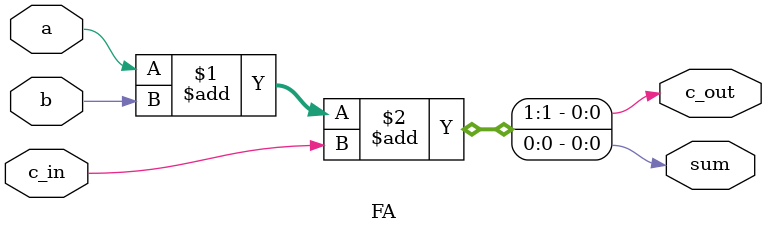
<source format=v>
`timescale 1ns / 1ps

module FA(
    input a,
    input b,
    input c_in,
    output c_out,
    output sum
    );
    
    assign {c_out, sum} = a + b + c_in;
endmodule

</source>
